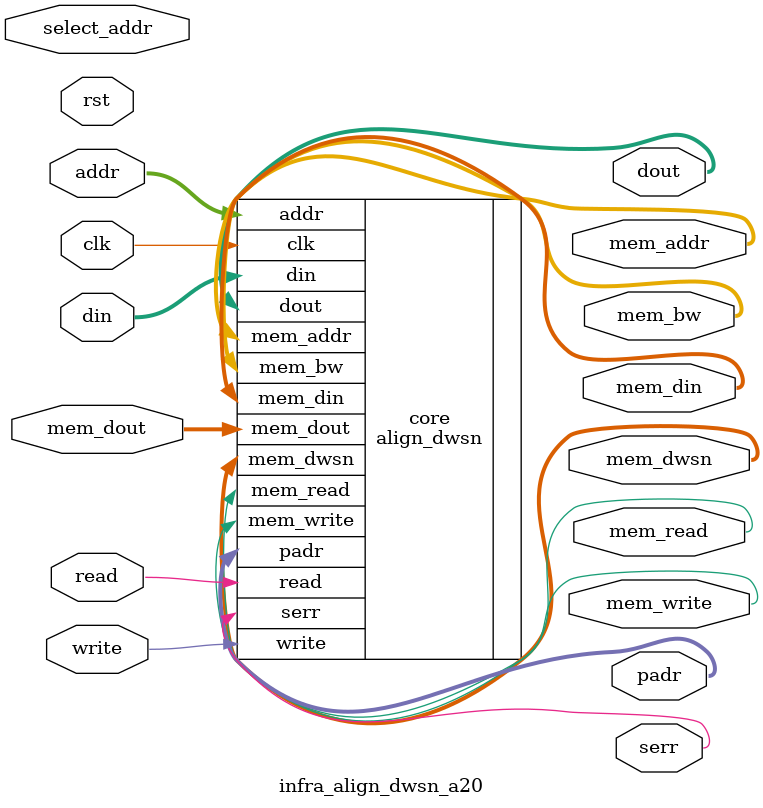
<source format=v>
module infra_align_dwsn_a20 (read, write, addr, din, dout, serr, padr,
	                     mem_read, mem_write, mem_addr, mem_bw, mem_dwsn, mem_din, mem_dout,
		             clk, rst,
		             select_addr);

  parameter WIDTH = 32;
  parameter PARITY = 1;
  parameter NUMADDR = 1024;
  parameter BITADDR = 10;
  parameter NUMWRDS = 4;
  parameter BITWRDS = 2;
  parameter NUMSROW = 256;
  parameter BITSROW = 8;
  parameter BITPADR = 10;
  parameter NUMDWS0 = 72;
  parameter NUMDWS1 = 72;
  parameter NUMDWS2 = 72;
  parameter NUMDWS3 = 72;
  parameter NUMDWS4 = 72;
  parameter NUMDWS5 = 72;
  parameter NUMDWS6 = 72;
  parameter NUMDWS7 = 72;
  parameter NUMDWS8 = 72;
  parameter NUMDWS9 = 72;
  parameter NUMDWS10 = 72;
  parameter NUMDWS11 = 72;
  parameter NUMDWS12 = 72;
  parameter NUMDWS13 = 72;
  parameter NUMDWS14 = 72;
  parameter NUMDWS15 = 72;
  parameter BITDWSN = 4;
  parameter SRAM_DELAY = 2;
  parameter RSTZERO = 1;
  parameter FLOPMEM = 0;

  parameter MEMWDTH = WIDTH+PARITY;

  input read;
  input write;
  input [BITADDR-1:0] addr;
  input [WIDTH-1:0] din;
  output [WIDTH-1:0] dout;
  output             serr;
  output [BITPADR-1:0] padr;

  output mem_read;
  output mem_write;
  output [BITSROW-1:0] mem_addr;
  output [NUMWRDS*MEMWDTH-1:0] mem_bw;
  output [BITDWSN-1:0] mem_dwsn;
  output [NUMWRDS*MEMWDTH-1:0] mem_din;
  input [NUMWRDS*MEMWDTH-1:0] mem_dout;

  input clk;
  input rst;

  input [BITADDR-1:0] select_addr;

  align_dwsn #(.WIDTH (WIDTH), .PARITY (PARITY), .NUMADDR (NUMADDR), .BITADDR (BITADDR),
               .NUMWRDS (NUMWRDS), .BITWRDS (BITWRDS), .NUMSROW (NUMSROW), .BITSROW (BITSROW), .BITPADR (BITPADR),
               .NUMDWS0 (NUMDWS0), .NUMDWS1 (NUMDWS1), .NUMDWS2 (NUMDWS2), .NUMDWS3 (NUMDWS3),
               .NUMDWS4 (NUMDWS4), .NUMDWS5 (NUMDWS5), .NUMDWS6 (NUMDWS6), .NUMDWS7 (NUMDWS7), 
 	       .NUMDWS8 (NUMDWS8), .NUMDWS9 (NUMDWS9), .NUMDWS10 (NUMDWS10), .NUMDWS11 (NUMDWS11),
               .NUMDWS12 (NUMDWS12), .NUMDWS13 (NUMDWS13), .NUMDWS14 (NUMDWS14), .NUMDWS15 (NUMDWS15),
               .BITDWSN (BITDWSN), .SRAM_DELAY (SRAM_DELAY))
    core (.read (read), .write (write), .addr (addr), .din (din), .dout (dout), .serr (serr), .padr (padr),
          .mem_read (mem_read), .mem_write (mem_write), .mem_addr (mem_addr),
          .mem_bw (mem_bw), .mem_dwsn (mem_dwsn), .mem_din (mem_din), .mem_dout (mem_dout),
          .clk (clk));

`ifdef FORMAL
assume_select_addr_range: assume property (@(posedge clk) disable iff (rst) (select_addr < NUMADDR));
assume_select_addr_stable: assume property (@(posedge clk) disable iff (rst) $stable(select_addr));

ip_top_sva_align_dwsn_a20 #(
     .WIDTH       (WIDTH),
     .PARITY      (PARITY),
     .NUMADDR     (NUMADDR),
     .BITADDR     (BITADDR),
     .NUMWRDS     (NUMWRDS),
     .BITWRDS     (BITWRDS),
     .NUMSROW     (NUMSROW),
     .BITSROW     (BITSROW),
     .SRAM_DELAY  (SRAM_DELAY))
ip_top_sva (.*);

ip_top_sva_2_align_dwsn_a20 #(
     .NUMADDR     (NUMADDR),
     .BITADDR     (BITADDR),
     .NUMSROW     (NUMSROW),
     .BITSROW     (BITSROW))
ip_top_sva_2 (.*);

`elsif SIM_SVA

genvar sva_int;
// generate for (sva_int=0; sva_int<WIDTH; sva_int=sva_int+1) begin
generate for (sva_int=0; sva_int<1; sva_int=sva_int+1) begin: sva_loop
  wire [BITADDR-1:0] help_addr = sva_int;
ip_top_sva_align_dwsn_a20 #(
     .WIDTH       (WIDTH),
     .PARITY      (PARITY),
     .NUMADDR     (NUMADDR),
     .BITADDR     (BITADDR),
     .NUMWRDS     (NUMWRDS),
     .BITWRDS     (BITWRDS),
     .NUMSROW     (NUMSROW),
     .BITSROW     (BITSROW),
     .SRAM_DELAY  (SRAM_DELAY))
ip_top_sva (.select_addr(help_addr), .*);
end
endgenerate

ip_top_sva_2_align_dwsn_a20 #(
     .NUMADDR     (NUMADDR),
     .BITADDR     (BITADDR),
     .NUMSROW     (NUMSROW),
     .BITSROW     (BITSROW))
ip_top_sva_2 (.*);

`endif

endmodule

</source>
